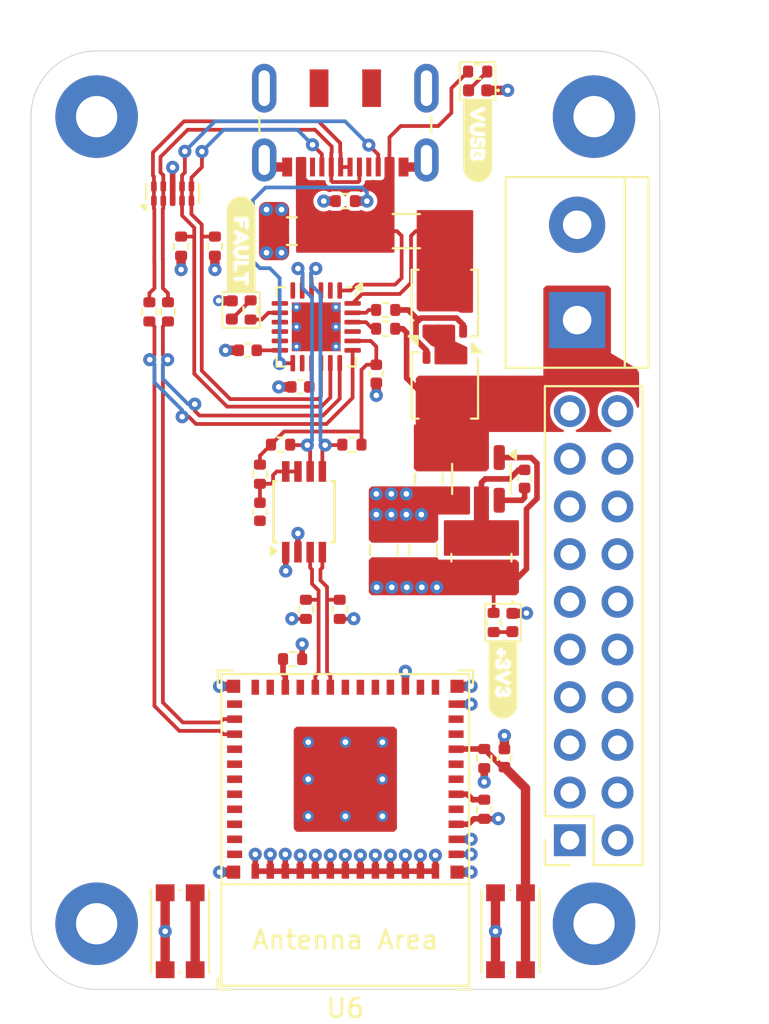
<source format=kicad_pcb>
(kicad_pcb (version 20240108) (generator "pcbnew") (generator_version "8.0")
  (layers (0 "F.Cu" signal) (1 "In1.Cu" power) (2 "In2.Cu" power) (31 "B.Cu" signal) (34 "B.Paste" user) (35 "F.Paste" user) (36 "B.SilkS" user "B.Silkscreen") (37 "F.SilkS" user "F.Silkscreen") (38 "B.Mask" user) (39 "F.Mask" user) (44 "Edge.Cuts" user))
  (net 0 "")
  (net 1 "Net-(U2-ISENP)")
  (net 2 "GND")
  (net 3 "Net-(U2-V18)")
  (net 4 "Net-(U2-IFB)")
  (net 5 "VCC")
  (net 6 "+5V")
  (net 7 "Net-(U4-EN)")
  (net 8 "+3V3")
  (net 9 "Net-(U3-SW)")
  (net 10 "Net-(U3-BST)")
  (net 11 "Net-(U6-EN{slash}CHIP_PU)")
  (net 12 "Net-(D1-A)")
  (net 13 "Net-(D2-A)")
  (net 14 "Net-(D3-A)")
  (net 15 "Net-(J1-CC2)")
  (net 16 "DN")
  (net 17 "DP")
  (net 18 "Net-(J1-CC1)")
  (net 19 "Net-(U6-GPIO2{slash}ADC1_CH2)")
  (net 20 "Net-(U6-GPIO8)")
  (net 21 "Net-(U2-OTP)")
  (net 22 "Net-(Q1-S-Pad1)")
  (net 23 "Net-(Q2-D)")
  (net 24 "Net-(Q1-G)")
  (net 25 "D-")
  (net 26 "D+")
  (net 27 "Net-(U2-PWR_EN)")
  (net 28 "Net-(U2-LED)")
  (net 29 "Net-(U2-VOUT)")
  (net 30 "Net-(U6-GPIO9)")
  (net 44 "RX")
  (net 74 "TX")
  (net 81 "/I2C-")
  (net 82 "/I2C+")
  (net 83 "Net-(U2-SDA)")
  (net 84 "Net-(U2-SCL)")
  (footprint "Resistor_SMD:R_0402_1005Metric" (layer "F.Cu") (at 101.74 179.075)
    (property "Reference" "R18" (hide yes))
    (property "Value" "100k")
  )
  (footprint "TerminalBlock:TerminalBlock_bornier-2_P5.08mm" (layer "F.Cu") (at 116.9 161.015 90)
    (property "Reference" "J3" (hide yes))
    (property "Value" "POWER")
  )
  (footprint "LED_SMD:LED_0402_1005Metric" (layer "F.Cu") (at 111.6 148.775 180)
    (property "Reference" "D1" (hide yes))
    (property "Value" "LED_Small")
  )
  (footprint "Capacitor_SMD:C_0805_2012Metric" (layer "F.Cu") (at 101.7 156.275 180)
    (property "Reference" "C1" (hide yes))
    (property "Value" "10u")
  )
  (footprint "Resistor_SMD:R_0402_1005Metric" (layer "F.Cu") (at 99.5025 160.475 90)
    (property "Reference" "R8" (hide yes))
    (property "Value" "1k")
  )
  (footprint "Capacitor_SMD:C_0805_2012Metric" (layer "F.Cu") (at 108.7 173.275 90)
    (property "Reference" "C9" (hide yes))
    (property "Value" "22u")
  )
  (footprint "Resistor_SMD:R_0402_1005Metric" (layer "F.Cu") (at 101.1 167.649998)
    (property "Reference" "R11" (hide yes))
    (property "Value" "2.2k")
  )
  (footprint "Package_DFN_QFN:WQFN-24-1EP_4x4mm_P0.5mm_EP2.6x2.6mm_ThermalVias" (layer "F.Cu") (at 103 161.375 -90)
    (property "Reference" "U2" (hide yes))
    (property "Value" "AP33772S")
  )
  (footprint "Resistor_SMD:R_0402_1005Metric" (layer "F.Cu") (at 95.8 157.075 -90)
    (property "Reference" "R4" (hide yes))
    (property "Value" "5.1k")
  )
  (footprint "Resistor_SMD:R_0402_1005Metric" (layer "F.Cu") (at 104.55 154.675 180)
    (property "Reference" "NTC1" (hide yes))
    (property "Value" "10k@25C")
  )
  (footprint "MountingHole:MountingHole_2.2mm_M2_Pad_TopBottom" (layer "F.Cu") (at 91.3 193.175)
    (property "Reference" "H2" (hide yes))
    (property "Value" "MountingHole")
  )
  (footprint "Capacitor_SMD:C_0805_2012Metric" (layer "F.Cu") (at 109 169.475 -90)
    (property "Reference" "C4" (hide yes))
    (property "Value" "10u")
  )
  (footprint "Resistor_SMD:R_0402_1005Metric" (layer "F.Cu") (at 106.7 161.475 180)
    (property "Reference" "R9" (hide yes))
    (property "Value" "100")
  )
  (footprint "Resistor_SMD:R_0402_1005Metric" (layer "F.Cu") (at 112.45 177.125 -90)
    (property "Reference" "R15" (hide yes))
    (property "Value" "4.7k")
  )
  (footprint "Capacitor_SMD:C_0402_1005Metric" (layer "F.Cu") (at 99.35 162.625 180)
    (property "Reference" "C2" (hide yes))
    (property "Value" "100n")
  )
  (footprint "Package_SON:Diodes_PowerDI3333-8" (layer "F.Cu") (at 109.85 160.105 90)
    (property "Reference" "Q2" (hide yes))
    (property "Value" "DMN3009SFG")
  )
  (footprint "Resistor_SMD:R_0402_1005Metric" (layer "F.Cu") (at 95.1 160.575 -90)
    (property "Reference" "R1" (hide yes))
    (property "Value" "0")
  )
  (footprint "kibuzzard-673BD329" (layer "F.Cu") (at 99 156.975 -90)
    (property "Reference" "kibuzzard-673BD329" (hide yes))
    (property "Value" "G***" (hide yes))
  )
  (footprint "LED_SMD:LED_0402_1005Metric" (layer "F.Cu") (at 98.5025 160.475 -90)
    (property "Reference" "D2" (hide yes))
    (property "Value" "LED_Small")
  )
  (footprint "Package_SON:USON-10_2.5x1.0mm_P0.5mm" (layer "F.Cu") (at 95.35 154.275 90)
    (property "Reference" "U1" (hide yes))
    (property "Value" "TPD4E02B04DQA")
  )
  (footprint "Capacitor_SMD:C_0402_1005Metric" (layer "F.Cu") (at 106.2 163.875 -90)
    (property "Reference" "C5" (hide yes))
    (property "Value" "1u")
  )
  (footprint "Resistor_SMD:R_0402_1005Metric" (layer "F.Cu") (at 111.95 187.075 -90)
    (property "Reference" "R17" (hide yes))
    (property "Value" "100k")
  )
  (footprint "Resistor_SMD:R_0402_1005Metric" (layer "F.Cu") (at 111.6 147.775)
    (property "Reference" "R3" (hide yes))
    (property "Value" "100k")
  )
  (footprint "MountingHole:MountingHole_2.2mm_M2_Pad_TopBottom" (layer "F.Cu") (at 91.3 150.175)
    (property "Reference" "H4" (hide yes))
    (property "Value" "MountingHole")
  )
  (footprint "Resistor_SMD:R_0402_1005Metric" (layer "F.Cu") (at 94.11 160.575 -90)
    (property "Reference" "R2" (hide yes))
    (property "Value" "0")
  )
  (footprint "Capacitor_SMD:C_0402_1005Metric" (layer "F.Cu") (at 114.1 169.475 90)
    (property "Reference" "C8" (hide yes))
    (property "Value" "100n")
  )
  (footprint "Capacitor_SMD:C_0402_1005Metric" (layer "F.Cu") (at 102.15 164.575 180)
    (property "Reference" "C3" (hide yes))
    (property "Value" "100n")
  )
  (footprint "LED_SMD:LED_0402_1005Metric" (layer "F.Cu") (at 113.45 177.125 -90)
    (property "Reference" "D3" (hide yes))
    (property "Value" "LED_Small")
  )
  (footprint "MountingHole:MountingHole_2.2mm_M2_Pad_TopBottom" (layer "F.Cu") (at 117.8 150.175)
    (property "Reference" "H3" (hide yes))
    (property "Value" "MountingHole")
  )
  (footprint "kibuzzard-673BD384" (layer "F.Cu") (at 111.6 151.475 -90)
    (property "Reference" "kibuzzard-673BD384" (hide yes))
    (property "Value" "G***" (hide yes))
  )
  (footprint "Resistor_SMD:R_0402_1005Metric" (layer "F.Cu") (at 102.45 176.425 90)
    (property "Reference" "R13" (hide yes))
    (property "Value" "2.2k")
  )
  (footprint "MountingHole:MountingHole_2.2mm_M2_Pad_TopBottom" (layer "F.Cu") (at 117.8 193.175)
    (property "Reference" "H1" (hide yes))
    (property "Value" "MountingHole")
  )
  (footprint "Package_SON:Diodes_PowerDI3333-8" (layer "F.Cu") (at 109.85 164.495 -90)
    (property "Reference" "Q1" (hide yes))
    (property "Value" "DMN3009SFG")
  )
  (footprint "ESPRESSIF:ESP32-C3-MINI-1" (layer "F.Cu") (at 104.55 188.175 180)
    (property "Reference" "U6")
    (property "Value" "ESP32-C3-MINI-1")
  )
  (footprint "Capacitor_SMD:C_0402_1005Metric" (layer "F.Cu") (at 100 171.225 -90)
    (property "Reference" "C6" (hide yes))
    (property "Value" "100p")
  )
  (footprint "Package_TO_SOT_SMD:TSOT-23-6" (layer "F.Cu") (at 111.8 169.475 -90)
    (property "Reference" "U3" (hide yes))
    (property "Value" "AP63203WU")
  )
  (footprint "Capacitor_SMD:C_0402_1005Metric" (layer "F.Cu") (at 113.025 184.35 -90)
    (property "Reference" "C10" (hide yes))
    (property "Value" "100n")
  )
  (footprint "Resistor_SMD:R_1206_3216Metric" (layer "F.Cu") (at 107.8 156.275)
    (property "Reference" "R6" (hide yes))
    (property "Value" "5m")
  )
  (footprint "Resistor_SMD:R_0402_1005Metric" (layer "F.Cu") (at 97.6 157.075 -90)
    (property "Reference" "R5" (hide yes))
    (property "Value" "5.1k")
  )
  (footprint "Inductor_SMD:L_Wuerth_MAPI-3015" (layer "F.Cu") (at 111.8 173.675 -90)
    (property "Reference" "L1" (hide yes))
    (property "Value" "3.9u")
  )
  (footprint "Resistor_SMD:R_0402_1005Metric" (layer "F.Cu") (at 106.7 160.475 180)
    (property "Reference" "R7" (hide yes))
    (property "Value" "10")
  )
  (footprint "kibuzzard-67439BF2" (layer "F.Cu") (at 112.95 180.175 -90)
    (property "Reference" "kibuzzard-67439BF2" (hide yes))
    (property "Value" "G***" (hide yes))
  )
  (footprint "Package_SO:TSSOP-8_3x3mm_P0.65mm" (layer "F.Cu") (at 102.35 171.229752 90)
    (property "Reference" "U4" (hide yes))
    (property "Value" "PCA9306")
  )
  (footprint "Resistor_SMD:R_0402_1005Metric" (layer "F.Cu") (at 104.25 176.425 90)
    (property "Reference" "R14" (hide yes))
    (property "Value" "2.2k")
  )
  (footprint "Resistor_SMD:R_0402_1005Metric" (layer "F.Cu") (at 111.95 184.375 90)
    (property "Reference" "R16" (hide yes))
    (property "Value" "4.7k")
  )
  (footprint "Resistor_SMD:R_0402_1005Metric" (layer "F.Cu") (at 104.9 167.649998 180)
    (property "Reference" "R10" (hide yes))
    (property "Value" "2.2k")
  )
  (footprint "Button_Switch_SMD:SW_Push_1P1T_NO_CK_KMR2" (layer "F.Cu") (at 95.75 193.575 90)
    (property "Reference" "SW2" (hide yes))
    (property "Value" "BOOT")
  )
  (footprint "Connector_USB:USB_C_Receptacle_JAE_DX07S016JA1R1500" (layer "F.Cu") (at 104.55 149.81 180)
    (property "Reference" "J1" (hide yes))
    (property "Value" "USB_C")
  )
  (footprint "Button_Switch_SMD:SW_Push_1P1T_NO_CK_KMR2" (layer "F.Cu") (at 113.35 193.575 90)
    (property "Reference" "SW1" (hide yes))
    (property "Value" "RESET")
  )
  (footprint "Connector_PinSocket_2.54mm:PinSocket_2x10_P2.54mm_Vertical" (layer "F.Cu") (at 116.51 188.725 180)
    (property "Reference" "J4" (hide yes))
    (property "Value" "Conn_02x10_Top_Bottom")
  )
  (footprint "Capacitor_SMD:C_0805_2012Metric" (layer "F.Cu") (at 106.6 173.275 90)
    (property "Reference" "C7" (hide yes))
    (property "Value" "22u")
  )
  (footprint "Resistor_SMD:R_0402_1005Metric" (layer "F.Cu") (at 100 169.225 -90)
    (property "Reference" "R12" (hide yes))
    (property "Value" "200k")
  )
  (gr_rect (start 112 176.125) (end 113.9 178.125) (stroke (width 0.1)) (fill none) (layer "F.SilkS"))
  (gr_rect (start 110.65 147.275) (end 112.55 149.275) (stroke (width 0.1)) (fill none) (layer "F.SilkS"))
  (gr_rect (start 98 159.525) (end 100 161.425) (stroke (width 0.1)) (fill none) (layer "F.SilkS"))
  (gr_arc (start 117.8 146.675) (mid 120.274874 147.700126) (end 121.3 150.175) (stroke (width 0.05)) (layer "Edge.Cuts"))
  (gr_line (start 121.3 150.175) (end 121.3 193.175) (stroke (width 0.05)) (layer "Edge.Cuts"))
  (gr_arc (start 91.3 196.675) (mid 88.825126 195.649874) (end 87.8 193.175) (stroke (width 0.05)) (layer "Edge.Cuts"))
  (gr_line (start 91.3 146.675) (end 117.8 146.675) (stroke (width 0.05)) (layer "Edge.Cuts"))
  (gr_line (start 91.3 196.675) (end 117.8 196.675) (stroke (width 0.05)) (layer "Edge.Cuts"))
  (gr_arc (start 121.3 193.175) (mid 120.274874 195.649874) (end 117.8 196.675) (stroke (width 0.05)) (layer "Edge.Cuts"))
  (gr_line (start 87.8 150.175) (end 87.8 193.175) (stroke (width 0.05)) (layer "Edge.Cuts"))
  (gr_arc (start 87.8 150.175) (mid 88.825126 147.700126) (end 91.3 146.675) (stroke (width 0.05)) (layer "Edge.Cuts"))
  (segment (start 107.55 158.775) (end 107.55 156.525) (width 0.2) (layer "F.Cu") (net 1))
  (segment (start 107.3 156.275) (end 106.3375 156.275) (width 0.2) (layer "F.Cu") (net 1))
  (segment (start 110.2 149.975) (end 109.5 150.675) (width 0.2) (layer "F.Cu") (net 1))
  (segment (start 107.2 159.125) (end 107.55 158.775) (width 0.2) (layer "F.Cu") (net 1))
  (segment (start 104.8375 159.4375) (end 105.15 159.125) (width 0.2) (layer "F.Cu") (net 1))
  (segment (start 109.5 150.675) (end 107.5 150.675) (width 0.2) (layer "F.Cu") (net 1))
  (segment (start 104.25 159.4375) (end 104.8375 159.4375) (width 0.2) (layer "F.Cu") (net 1))
  (segment (start 111.09 147.775) (end 110.2 148.665) (width 0.2) (layer "F.Cu") (net 1))
  (segment (start 110.2 148.665) (end 110.2 149.975) (width 0.2) (layer "F.Cu") (net 1))
  (segment (start 107.55 156.525) (end 107.3 156.275) (width 0.2) (layer "F.Cu") (net 1))
  (segment (start 105.15 159.125) (end 107.2 159.125) (width 0.2) (layer "F.Cu") (net 1))
  (segment (start 107.5 150.675) (end 106.9 151.275) (width 0.2) (layer "F.Cu") (net 1))
  (segment (start 106.9 151.275) (end 106.9 152.86) (width 0.2) (layer "F.Cu") (net 1))
  (segment (start 104.04 154.675) (end 103.4 154.675) (width 0.5) (layer "F.Cu") (net 2))
  (segment (start 94.95 193.575) (end 94.95 195.625) (width 0.5) (layer "F.Cu") (net 2))
  (segment (start 104.55 190.375) (end 104.55 189.525) (width 0.3) (layer "F.Cu") (net 2))
  (segment (start 100.605 152.86) (end 100.23 152.485) (width 0.5) (layer "F.Cu") (net 2))
  (segment (start 101.15 157.425) (end 101.15 156.675) (width 0.8) (layer "F.Cu") (net 2))
  (segment (start 95.8 157.585) (end 95.8 158.325) (width 0.5) (layer "F.Cu") (net 2))
  (segment (start 98.87 162.625) (end 98.165 162.625) (width 0.5) (layer "F.Cu") (net 2))
  (segment (start 113.025 183.87) (end 113.025 183.15) (width 0.5) (layer "F.Cu") (net 2))
  (segment (start 97.6 157.585) (end 97.6 158.325) (width 0.5) (layer "F.Cu") (net 2))
  (segment (start 103.75 190.375) (end 103.75 189.525) (width 0.3) (layer "F.Cu") (net 2))
  (segment (start 100.75 155.525) (end 100.35 155.125) (width 0.8) (layer "F.Cu") (net 2))
  (segment (start 100.35 157.425) (end 101.15 157.425) (width 0.8) (layer "F.Cu") (net 2))
  (segment (start 108.55 190.375) (end 108.55 189.525) (width 0.3) (layer "F.Cu") (net 2))
  (segment (start 95.35 152.878908) (end 95.349999 152.878907) (width 0.3) (layer "F.Cu") (net 2))
  (segment (start 95.35 153.89) (end 95.35 154.66) (width 0.2) (layer "F.Cu") (net 2))
  (segment (start 110.5 190.425) (end 111.25 190.425) (width 0.5) (layer "F.Cu") (net 2))
  (segment (start 101.374999 173.379752) (end 101.374999 174.379752) (width 0.3) (layer "F.Cu") (net 2))
  (segment (start 101.45 152.86) (end 100.605 152.86) (width 0.5) (layer "F.Cu") (net 2))
  (segment (start 113.45 176.64) (end 114.185 176.64) (width 0.5) (layer "F.Cu") (net 2))
  (segment (start 98.6 190.425) (end 97.85 190.425) (width 0.5) (layer "F.Cu") (net 2))
  (segment (start 101.35 190.375) (end 101.35 189.575) (width 0.3) (layer "F.Cu") (net 2))
  (segment (start 94.95 191.525) (end 94.95 193.575) (width 0.5) (layer "F.Cu") (net 2))
  (segment (start 101.15 155.125) (end 101.15 155.875) (width 0.8) (layer "F.Cu") (net 2))
  (segment (start 110.45 189.475) (end 111.25 189.475) (width 0.3) (layer "F.Cu") (net 2))
  (segment (start 106.95 190.375) (end 106.95 189.525) (width 0.3) (layer "F.Cu") (net 2))
  (segment (start 98.6 180.525) (end 97.85 180.525) (width 0.5) (layer "F.Cu") (net 2))
  (segment (start 103.25 161.125) (end 103 161.375) (width 0.2) (layer "F.Cu") (net 2))
  (segment (start 108.495 152.86) (end 108.87 152.485) (width 0.5) (layer "F.Cu") (net 2))
  (segment (start 106.15 190.375) (end 106.15 189.525) (width 0.3) (layer "F.Cu") (net 2))
  (segment (start 112.085 148.775) (end 113.2 148.775) (width 0.5) (layer "F.Cu") (net 2))
  (segment (start 98.5025 159.99) (end 97.815 159.99) (width 0.5) (layer "F.Cu") (net 2))
  (segment (start 110.5 180.525) (end 111.25 180.525) (width 0.5) (layer "F.Cu") (net 2))
  (segment (start 102.15 190.375) (end 102.15 189.525) (width 0.3) (layer "F.Cu") (net 2))
  (segment (start 110.45 188.675) (end 111.25 188.675) (width 0.4) (layer "F.Cu") (net 2))
  (segment (start 99.75 190.375) (end 109.35 190.375) (width 0.3) (layer "F.Cu") (net 2))
  (segment (start 107.65 152.86) (end 108.495 152.86) (width 0.5) (layer "F.Cu") (net 2))
  (segment (start 107.75 180.575) (end 107.75 179.725) (width 0.4) (layer "F.Cu") (net 2))
  (segment (start 109.35 190.375) (end 109.35 189.525) (width 0.3) (layer "F.Cu") (net 2))
  (segment (start 110.45 181.475) (end 111.25 181.475) (width 0.4) (layer "F.Cu") (net 2))
  (segment (start 100.75 156.275) (end 100.75 155.525) (width 0.8) (layer "F.Cu") (net 2))
  (segment (start 112.11 148.71) (end 112.045 148.775) (width 0.2) (layer "F.Cu") (net 2))
  (segment (start 101.67 164.575) (end 101 164.575) (width 0.5) (layer "F.Cu") (net 2))
  (segment (start 101.15 155.875) (end 100.75 156.275) (width 0.8) (layer "F.Cu") (net 2))
  (segment (start 100.35 155.125) (end 100.35 157.425) (width 0.8) (layer "F.Cu") (net 2))
  (segment (start 106.2 164.355) (end 106.2 165.025) (width 0.5) (layer "F.Cu") (net 2))
  (segment (start 112.55 191.525) (end 112.55 193.575) (width 0.5) (layer "F.Cu") (net 2))
  (segment (start 101.15 156.675) (end 100.75 156.275) (width 0.8) (layer "F.Cu") (net 2))
  (segment (start 112.55 193.575) (end 112.55 195.625) (width 0.5) (layer "F.Cu") (net 2))
  (segment (start 102.95 190.375) (end 102.95 189.525) (width 0.3) (layer "F.Cu") (net 2))
  (segment (start 95.35 154.66) (end 95.35 152.878908) (width 0.3) (layer "F.Cu") (net 2))
  (segment (start 100.35 155.125) (end 101.15 155.125) (width 0.8) (layer "F.Cu") (net 2))
  (segment (start 103.25 159.4375) (end 103.25 161.125) (width 0.2) (layer "F.Cu") (net 2))
  (segment (start 99.75 190.375) (end 99.75 189.575) (width 0.3) (layer "F.Cu") (net 2))
  (segment (start 100.55 190.375) (end 100.55 189.575) (width 0.3) (layer "F.Cu") (net 2))
  (segment (start 97.815 159.99) (end 97.8 159.975) (width 0.5) (layer "F.Cu") (net 2))
  (segment (start 105.35 190.375) (end 105.35 189.525) (width 0.3) (layer "F.Cu") (net 2))
  (segment (start 101.15 155.125) (end 101.15 157.425) (width 0.8) (layer "F.Cu") (net 2))
  (segment (start 114.185 176.64) (end 114.2 176.625) (width 0.5) (layer "F.Cu") (net 2))
  (segment (start 107.75 190.375) (end 107.75 189.525) (width 0.3) (layer "F.Cu") (net 2))
  (via (at 113.025 183.15) (size 0.7) (drill 0.3) (layers "F.Cu" "B.Cu") (net 2))
  (via (at 104.55 189.525) (size 0.7) (drill 0.3) (layers "F.Cu" "B.Cu") (net 2))
  (via (at 106.525 185.475) (size 0.6) (drill 0.3) (layers "F.Cu" "B.Cu") (net 2))
  (via (at 106.525 187.45) (size 0.6) (drill 0.3) (layers "F.Cu" "B.Cu") (net 2))
  (via (at 111.25 189.475) (size 0.7) (drill 0.3) (layers "F.Cu" "B.Cu") (net 2))
  (via (at 102.95 189.525) (size 0.7) (drill 0.3) (layers "F.Cu" "B.Cu") (net 2))
  (via (at 111.25 181.475) (size 0.7) (drill 0.3) (layers "F.Cu" "B.Cu") (net 2))
  (via (at 100.55 189.475) (size 0.7) (drill 0.3) (layers "F.Cu" "B.Cu") (net 2))
  (via (at 101.374999 174.379752) (size 0.7) (drill 0.3) (layers "F.Cu" "B.Cu") (net 2))
  (via (at 107.8 171.375) (size 0.7) (drill 0.3) (layers "F.Cu" "B.Cu") (net 2))
  (via (at 97.6 158.325) (size 0.7) (drill 0.3) (layers "F.Cu" "B.Cu") (net 2))
  (via (at 106.2 165.025) (size 0.7) (drill 0.3) (layers "F.Cu" "B.Cu") (net 2))
  (via (at 100.35 155.125) (size 0.7) (drill 0.3) (layers "F.Cu" "B.Cu") (net 2))
  (via (at 107 170.275) (size 0.7) (drill 0.3) (layers "F.Cu" "B.Cu") (net 2))
  (via (at 97.8 159.975) (size 0.6) (drill 0.3) (layers "F.Cu" "B.Cu") (net 2))
  (via (at 108.6 171.375) (size 0.7) (drill 0.3) (layers "F.Cu" "B.Cu") (net 2))
  (via (at 107.8 170.275) (size 0.7) (drill 0.3) (layers "F.Cu" "B.Cu") (net 2))
  (via (at 101.35 189.475) (size 0.7) (drill 0.3) (layers "F.Cu" "B.Cu") (net 2))
  (via (at 106.95 189.525) (size 0.7) (drill 0.3) (layers "F.Cu" "B.Cu") (net 2))
  (via (at 101.15 157.425) (size 0.7) (drill 0.3) (layers "F.Cu" "B.Cu") (net 2))
  (via (at 111.25 190.425) (size 0.7) (drill 0.3) (layers "F.Cu" "B.Cu") (net 2))
  (via (at 95.349999 152.878907) (size 0.7) (drill 0.3) (layers "F.Cu" "B.Cu") (net 2))
  (via (at 108.55 189.525) (size 0.7) (drill 0.3) (layers "F.Cu" "B.Cu") (net 2))
  (via (at 107.75 189.525) (size 0.7) (drill 0.3) (layers "F.Cu" "B.Cu") (net 2))
  (via (at 107.75 179.725) (size 0.7) (drill 0.3) (layers "F.Cu" "B.Cu") (net 2))
  (via (at 102.15 189.525) (size 0.7) (drill 0.3) (layers "F.Cu" "B.Cu") (net 2))
  (via (at 102.575 183.5) (size 0.6) (drill 0.3) (layers "F.Cu" "B.Cu") (net 2))
  (via (at 99.75 189.475) (size 0.7) (drill 0.3) (layers "F.Cu" "B.Cu") (net 2))
  (via (at 113.2 148.775) (size 0.7) (drill 0.3) (layers "F.Cu" "B.Cu") (net 2))
  (via (at 104.55 183.5) (size 0.6) (drill 0.3) (layers "F.Cu" "B.Cu") (net 2))
  (via (at 100.35 157.425) (size 0.7) (drill 0.3) (layers "F.Cu" "B.Cu") (net 2))
  (via (at 111.25 188.675) (size 0.7) (drill 0.3) (layers "F.Cu" "B.Cu") (net 2))
  (via (at 95.8 158.325) (size 0.7) (drill 0.3) (layers "F.Cu" "B.Cu") (net 2))
  (via (at 98.165 162.625) (size 0.7) (drill 0.3) (layers "F.Cu" "B.Cu") (net 2))
  (via (at 106.2 170.275) (size 0.7) (drill 0.3) (layers "F.Cu" "B.Cu") (net 2))
  (via (at 106.525 183.5) (size 0.6) (drill 0.3) (layers "F.Cu" "B.Cu") (net 2))
  (via (at 102.575 185.475) (size 0.6) (drill 0.3) (layers "F.Cu" "B.Cu") (net 2))
  (via (at 97.85 180.525) (size 0.7) (drill 0.3) (layers "F.Cu" "B.Cu") (net 2))
  (via (at 104.55 187.45) (size 0.6) (drill 0.3) (layers "F.Cu" "B.Cu") (net 2))
  (via (at 97.85 190.425) (size 0.7) (drill 0.3) (layers "F.Cu" "B.Cu") (net 2))
  (via (at 109.35 189.525) (size 0.7) (drill 0.3) (layers "F.Cu" "B.Cu") (net 2))
  (via (at 101.15 155.125) (size 0.7) (drill 0.3) (layers "F.Cu" "B.Cu") (net 2))
  (via (at 107 171.375) (size 0.7) (drill 0.3) (layers "F.Cu" "B.Cu") (net 2))
  (via (at 94.95 193.575) (size 0.7) (drill 0.3) (layers "F.Cu" "B.Cu") (net 2))
  (via (at 106.15 189.525) (size 0.7) (drill 0.3) (layers "F.Cu" "B.Cu") (net 2))
  (via (at 112.55 193.575) (size 0.7) (drill 0.3) (layers "F.Cu" "B.Cu") (net 2))
  (via (at 114.2 176.625) (size 0.7) (drill 0.3) (layers "F.Cu" "B.Cu") (net 2))
  (via (at 103.75 189.525) (size 0.7) (drill 0.3) (layers "F.Cu" "B.Cu") (net 2))
  (via (at 106.2 171.375) (size 0.7) (drill 0.3) (layers "F.Cu" "B.Cu") (net 2))
  (via (at 102.575 187.45) (size 0.6) (drill 0.3) (layers "F.Cu" "B.Cu") (net 2))
  (via (at 101 164.575) (size 0.7) (drill 0.3) (layers "F.Cu" "B.Cu") (net 2))
  (via (at 105.35 189.525) (size 0.7) (drill 0.3) (layers "F.Cu" "B.Cu") (net 2))
  (via (at 103.4 154.675) (size 0.7) (drill 0.3) (layers "F.Cu" "B.Cu") (net 2))
  (via (at 111.25 180.525) (size 0.7) (drill 0.3) (layers "F.Cu" "B.Cu") (net 2))
  (segment (start 99.83 162.625) (end 101.0625 162.625) (width 0.2) (layer "F.Cu") (net 3))
  (segment (start 102.75 164.455) (end 102.75 163.3125) (width 0.2) (layer "F.Cu") (net 4))
  (segment (start 102.63 164.575) (end 102.75 164.455) (width 0.2) (layer "F.Cu") (net 4))
  (segment (start 107.815 164.105) (end 108.66 164.95) (width 0.3) (layer "F.Cu") (net 5))
  (segment (start 107.615 161.475) (end 107.815 161.675) (width 0.3) (layer "F.Cu") (net 5))
  (segment (start 107.815 161.675) (end 107.815 164.105) (width 0.3) (layer "F.Cu") (net 5))
  (segment (start 108.66 164.95) (end 109.85 164.95) (width 0.3) (layer "F.Cu") (net 5))
  (segment (start 107.209999 161.475) (end 107.615 161.475) (width 0.3) (layer "F.Cu") (net 5))
  (segment (start 100 168.239998) (end 100.59 167.649998) (width 0.2) (layer "F.Cu") (net 6))
  (segment (start 105.9 162.125) (end 106.2 162.425) (width 0.2) (layer "F.Cu") (net 6))
  (segment (start 100 168.715) (end 100 168.239998) (width 0.2) (layer "F.Cu") (net 6))
  (segment (start 104.9375 162.125) (end 105.9 162.125) (width 0.2) (layer "F.Cu") (net 6))
  (segment (start 105.41 163.665) (end 105.68 163.395) (width 0.2) (layer "F.Cu") (net 6))
  (segment (start 100.59 167.649998) (end 101.289998 166.95) (width 0.2) (layer "F.Cu") (net 6))
  (segment (start 105.385 166.95) (end 105.41 166.975) (width 0.2) (layer "F.Cu") (net 6))
  (segment (start 105.68 163.395) (end 106.2 163.395) (width 0.2) (layer "F.Cu") (net 6))
  (segment (start 101.289998 166.95) (end 105.385 166.95) (width 0.2) (layer "F.Cu") (net 6))
  (segment (start 105.41 166.975) (end 105.41 163.665) (width 0.2) (layer "F.Cu") (net 6))
  (segment (start 106.2 162.425) (end 106.2 163.395) (width 0.2) (layer "F.Cu") (net 6))
  (segment (start 105.41 167.525) (end 105.41 166.975) (width 0.2) (layer "F.Cu") (net 6))
  (segment (start 100.7 169.275) (end 100.895248 169.079752) (width 0.2) (layer "F.Cu") (net 7))
  (segment (start 100.7 169.625) (end 100.7 169.275) (width 0.2) (layer "F.Cu") (net 7))
  (segment (start 100.895248 169.079752) (end 101.375 169.079752) (width 0.2) (layer "F.Cu") (net 7))
  (segment (start 102.024999 169.079752) (end 101.374999 169.079752) (width 0.2) (layer "F.Cu") (net 7))
  (segment (start 100.59 169.735) (end 100.7 169.625) (width 0.2) (layer "F.Cu") (net 7))
  (segment (start 100 170.745) (end 100 169.735) (width 0.2) (layer "F.Cu") (net 7))
  (segment (start 100 169.735) (end 100.59 169.735) (width 0.2) (layer "F.Cu") (net 7))
  (segment (start 101.71 176.935) (end 101.7 176.925) (width 0.2) (layer "F.Cu") (net 8))
  (segment (start 111.39 187.585) (end 111.1 187.875) (width 0.3) (layer "F.Cu") (net 8))
  (segment (start 102.45 176.935) (end 101.71 176.935) (width 0.2) (layer "F.Cu") (net 8))
  (segment (start 113.75 174.725) (end 111.8 174.725) (width 0.3) (layer "F.Cu") (net 8))
  (segment (start 112.69 187.585) (end 112.7 187.575) (width 0.3) (layer "F.Cu") (net 8))
  (segment (start 112.75 168.3375) (end 114.449346 168.3375) (width 0.3) (layer "F.Cu") (net 8))
  (segment (start 111.95 184.885) (end 111.95 185.625) (width 0.4) (layer "F.Cu") (net 8))
  (segment (start 111.95 187.585) (end 112.69 187.585) (width 0.3) (layer "F.Cu") (net 8))
  (segment (start 114.449346 168.3375) (end 114.76 168.648154) (width 0.3) (layer "F.Cu") (net 8))
  (segment (start 104.25 176.935) (end 104.99 176.935) (width 0.2) (layer "F.Cu") (net 8))
  (segment (start 114.2 171.082106) (end 114.2 174.275) (width 0.3) (layer "F.Cu") (net 8))
  (segment (start 114.76 170.522106) (end 114.2 171.082106) (width 0.3) (layer "F.Cu") (net 8))
  (segment (start 112.45 176.615) (end 112.45 175.375) (width 0.2) (layer "F.Cu") (net 8))
  (segment (start 102.024999 173.379752) (end 102.024999 172.379752) (width 0.3) (layer "F.Cu") (net 8))
  (segment (start 114.76 168.648154) (end 114.76 170.522106) (width 0.3) (layer "F.Cu") (net 8))
  (segment (start 111.95 187.585) (end 111.39 187.585) (width 0.3) (layer "F.Cu") (net 8))
  (segment (start 104.99 176.935) (end 105 176.925) (width 0.2) (layer "F.Cu") (net 8))
  (segment (start 102.25 179.075) (end 102.25 178.275) (width 0.3) (layer "F.Cu") (net 8))
  (segment (start 111.1 187.875) (end 110.45 187.875) (width 0.3) (layer "F.Cu") (net 8))
  (segment (start 112.45 175.375) (end 111.8 174.725) (width 0.2) (layer "F.Cu") (net 8))
  (segment (start 114.2 174.275) (end 113.75 174.725) (width 0.3) (layer "F.Cu") (net 8))
  (via (at 107.825 175.25) (size 0.7) (drill 0.3) (layers "F.Cu" "B.Cu") (net 8))
  (via (at 107.025 175.25) (size 0.7) (drill 0.3) (layers "F.Cu" "B.Cu") (net 8))
  (via (at 111.95 185.625) (size 0.7) (drill 0.3) (layers "F.Cu" "B.Cu") (net 8))
  (via (at 108.625 175.25) (size 0.7) (drill 0.3) (layers "F.Cu" "B.Cu") (net 8))
  (via (at 112.7 187.575) (size 0.7) (drill 0.3) (layers "F.Cu" "B.Cu") (net 8))
  (via (at 106.225 175.25) (size 0.7) (drill 0.3) (layers "F.Cu" "B.Cu") (net 8))
  (via (at 109.425 175.25) (size 0.7) (drill 0.3) (layers "F.Cu" "B.Cu") (net 8))
  (via (at 105 176.925) (size 0.7) (drill 0.3) (layers "F.Cu" "B.Cu") (net 8))
  (via (at 102.024999 172.379752) (size 0.7) (drill 0.3) (layers "F.Cu" "B.Cu") (net 8))
  (via (at 101.7 176.925) (size 0.7) (drill 0.3) (layers "F.Cu" "B.Cu") (net 8))
  (via (at 102.25 178.275) (size 0.7) (drill 0.3) (layers "F.Cu" "B.Cu") (net 8))
  (segment (start 111.8 169.675) (end 112 169.475) (width 0.3) (layer "F.Cu") (net 9))
  (segment (start 113.3 169.475) (end 113.78 168.995) (width 0.3) (layer "F.Cu") (net 9))
  (segment (start 113.78 168.995) (end 114.1 168.995) (width 0.3) (layer "F.Cu") (net 9))
  (segment (start 111.8 170.6125) (end 111.8 169.675) (width 0.3) (layer "F.Cu") (net 9))
  (segment (start 112 169.475) (end 113.3 169.475) (width 0.3) (layer "F.Cu") (net 9))
  (segment (start 114.1 170.475) (end 114.1 169.955) (width 0.3) (layer "F.Cu") (net 10))
  (segment (start 113.9625 170.6125) (end 114.1 170.475) (width 0.3) (layer "F.Cu") (net 10))
  (segment (start 112.75 170.6125) (end 113.9625 170.6125) (width 0.3) (layer "F.Cu") (net 10))
  (segment (start 114.15 191.525) (end 114.15 185.955) (width 0.5) (layer "F.Cu") (net 11))
  (segment (start 111.95 183.865) (end 112.915 184.83) (width 0.3) (layer "F.Cu") (net 11))
  (segment (start 114.15 195.625) (end 114.15 191.525) (width 0.5) (layer "F.Cu") (net 11))
  (segment (start 114.15 185.955) (end 113.025 184.83) (width 0.5) (layer "F.Cu") (net 11))
  (segment (start 111.95 183.865) (end 110.46 183.865) (width 0.3) (layer "F.Cu") (net 11))
  (segment (start 112.915 184.83) (end 113.025 184.83) (width 0.3) (layer "F.Cu") (net 11))
  (segment (start 110.46 183.865) (end 110.45 183.875) (width 0.3) (layer "F.Cu") (net 11))
  (segment (start 111.115 148.77) (end 112.11 147.775) (width 0.2) (layer "F.Cu") (net 12))
  (segment (start 111.115 148.775) (end 111.115 148.77) (width 0.2) (layer "F.Cu") (net 12))
  (segment (start 99.4975 159.965) (end 98.5025 160.96) (width 0.2) (layer "F.Cu") (net 13))
  (segment (start 99.6 159.965) (end 99.595 159.965) (width 0.2) (layer "F.Cu") (net 13))
  (segment (start 112.45 177.635) (end 113.425 177.635) (width 0.2) (layer "F.Cu") (net 14))
  (segment (start 113.425 177.635) (end 113.45 177.61) (width 0.2) (layer "F.Cu") (net 14))
  (segment (start 96.35 155.375) (end 96.9 155.925) (width 0.2) (layer "F.Cu") (net 15))
  (segment (start 97.6 156.565) (end 96.9 156.565) (width 0.2) (layer "F.Cu") (net 15))
  (segment (start 103.1 165.225) (end 103.25 165.075) (width 0.2) (layer "F.Cu") (net 15))
  (segment (start 98.415686 165.225) (end 103.1 165.225) (width 0.2) (layer "F.Cu") (net 15))
  (segment (start 96.9 163.709314) (end 98.415686 165.225) (width 0.2) (layer "F.Cu") (net 15))
  (segment (start 103.3 152.175) (end 102.8 151.675) (width 0.2) (layer "F.Cu") (net 15))
  (segment (start 96.35 153.89) (end 96.35 154.66) (width 0.2) (layer "F.Cu") (net 15))
  (segment (start 96.35 153.425) (end 96.35 153.89) (width 0.2) (layer "F.Cu") (net 15))
  (segment (start 96.90962 152.86538) (end 96.35 153.425) (width 0.2) (layer "F.Cu") (net 15))
  (segment (start 96.9 155.925) (end 96.9 163.709314) (width 0.2) (layer "F.Cu") (net 15))
  (segment (start 96.35 154.66) (end 96.35 155.375) (width 0.2) (layer "F.Cu") (net 15))
  (segment (start 96.90962 152.03462) (end 96.90962 152.86538) (width 0.2) (layer "F.Cu") (net 15))
  (segment (start 103.3 152.86) (end 103.3 152.175) (width 0.2) (layer "F.Cu") (net 15))
  (segment (start 103.25 165.075) (end 103.25 163.3125) (width 0.2) (layer "F.Cu") (net 15))
  (via (at 96.90962 152.03462) (size 0.7) (drill 0.3) (layers "F.Cu" "B.Cu") (net 15))
  (via (at 102.8 151.675) (size 0.7) (drill 0.3) (layers "F.Cu" "B.Cu") (net 15))
  (segment (start 102 150.875) (end 102.8 151.675) (width 0.2) (layer "B.Cu") (net 15))
  (segment (start 96.90962 152.03462) (end 98.06924 150.875) (width 0.2) (layer "B.Cu") (net 15))
  (segment (start 98.06924 150.875) (end 102 150.875) (width 0.2) (layer "B.Cu") (net 15))
  (segment (start 103.3568 166.1) (end 96.782624 166.1) (width 0.2) (layer "F.Cu") (net 16))
  (segment (start 96.782624 166.1) (end 96.528124 165.8455) (width 0.2) (layer "F.Cu") (net 16))
  (segment (start 96.528124 165.8455) (end 96.528124 165.491947) (width 0.2) (layer "F.Cu") (net 16))
  (segment (start 104.25 163.3125) (end 104.25 165.2068) (width 0.2) (layer "F.Cu") (net 16))
  (segment (start 94.830001 181.386801) (end 95.8932 182.45) (width 0.2) (layer "F.Cu") (net 16))
  (segment (start 95.08 163.125) (end 94.830001 163.374999) (width 0.2) (layer "F.Cu") (net 16))
  (segment (start 104.25 165.2068) (end 103.3568 166.1) (width 0.2) (layer "F.Cu") (net 16))
  (segment (start 97.874999 182.45) (end 98.049999 182.275) (width 0.2) (layer "F.Cu") (net 16))
  (segment (start 94.830001 162.875001) (end 95.08 163.125) (width 0.2) (layer "F.Cu") (net 16))
  (segment (start 95.8932 182.45) (end 97.874999 182.45) (width 0.2) (layer "F.Cu") (net 16))
  (segment (start 95.1 161.085) (end 94.830001 161.354999) (width 0.2) (layer "F.Cu") (net 16))
  (segment (start 98.049999 182.275) (end 98.65 182.275) (width 0.2) (layer "F.Cu") (net 16))
  (segment (start 94.830001 161.354999) (end 94.830001 162.875001) (width 0.2) (layer "F.Cu") (net 16))
  (segment (start 94.830001 163.374999) (end 94.830001 181.386801) (width 0.2) (layer "F.Cu") (net 16))
  (via (at 96.528124 165.491947) (size 0.7) (drill 0.3) (layers "F.Cu" "B.Cu") (net 16))
  (via (at 95.08 163.125) (size 0.7) (drill 0.3) (layers "F.Cu" "B.Cu") (net 16))
  (segment (start 94.830001 164.147377) (end 94.830001 163.374999) (width 0.2) (layer "B.Cu") (net 16))
  (segment (start 96.528124 165.491947) (end 96.174571 165.491947) (width 0.2) (layer "B.Cu") (net 16))
  (segment (start 94.830001 163.374999) (end 95.08 163.125) (width 0.2) (layer "B.Cu") (net 16))
  (segment (start 96.174571 165.491947) (end 94.830001 164.147377) (width 0.2) (layer "B.Cu") (net 16))
  (segment (start 94.379999 162.875001) (end 94.13 163.125) (width 0.2) (layer "F.Cu") (net 17))
  (segment (start 94.379999 163.374999) (end 94.379999 181.573199) (width 0.2) (layer "F.Cu") (net 17))
  (segment (start 98.049999 183.075) (end 98.65 183.075) (width 0.2) (layer "F.Cu") (net 17))
  (segment (start 96.596226 166.55) (end 96.209925 166.163699) (width 0.2) (layer "F.Cu") (net 17))
  (segment (start 104.9375 162.625) (end 104.9375 165.1557) (width 0.2) (layer "F.Cu") (net 17))
  (segment (start 97.874999 182.9) (end 98.049999 183.075) (width 0.2) (layer "F.Cu") (net 17))
  (segment (start 104.9375 165.1557) (end 103.5432 166.55) (width 0.2) (layer "F.Cu") (net 17))
  (segment (start 94.379999 161.354999) (end 94.379999 162.875001) (width 0.2) (layer "F.Cu") (net 17))
  (segment (start 96.209925 166.163699) (end 95.856372 166.163699) (width 0.2) (layer "F.Cu") (net 17))
  (segment (start 94.11 161.085) (end 94.379999 161.354999) (width 0.2) (layer "F.Cu") (net 17))
  (segment (start 103.5432 166.55) (end 96.596226 166.55) (width 0.2) (layer "F.Cu") (net 17))
  (segment (start 94.13 163.125) (end 94.379999 163.374999) (width 0.2) (layer "F.Cu") (net 17))
  (segment (start 95.7068 182.9) (end 97.874999 182.9) (width 0.2) (layer "F.Cu") (net 17))
  (segment (start 94.379999 181.573199) (end 95.7068 182.9) (width 0.2) (layer "F.Cu") (net 17))
  (via (at 95.856372 166.163699) (size 0.7) (drill 0.3) (layers "F.Cu" "B.Cu") (net 17))
  (via (at 94.13 163.125) (size 0.7) (drill 0.3) (layers "F.Cu" "B.Cu") (net 17))
  (segment (start 95.856372 165.810146) (end 94.379999 164.333773) (width 0.2) (layer "B.Cu") (net 17))
  (segment (start 94.379999 164.333773) (end 94.379999 163.374999) (width 0.2) (layer "B.Cu") (net 17))
  (segment (start 95.856372 166.163699) (end 95.856372 165.810146) (width 0.2) (layer "B.Cu") (net 17))
  (segment (start 94.379999 163.374999) (end 94.13 163.125) (width 0.2) (layer "B.Cu") (net 17))
  (segment (start 103.75 165.141114) (end 103.75 163.3125) (width 0.2) (layer "F.Cu") (net 18))
  (segment (start 95.85 153.89) (end 95.85 153.298145) (width 0.2) (layer "F.Cu") (net 18))
  (segment (start 103.266114 165.625) (end 103.75 165.141114) (width 0.2) (layer "F.Cu") (net 18))
  (segment (start 98.25 165.625) (end 103.266114 165.625) (width 0.2) (layer "F.Cu") (net 18))
  (segment (start 96 153.148145) (end 96 152.025) (width 0.2) (layer "F.Cu") (net 18))
  (segment (start 95.85 155.440686) (end 96.5 156.090686) (width 0.2) (layer "F.Cu") (net 18))
  (segment (start 96.5 163.875) (end 98.25 165.625) (width 0.2) (layer "F.Cu") (net 18))
  (segment (start 96.5 156.090686) (end 96.5 163.875) (width 0.2) (layer "F.Cu") (net 18))
  (segment (start 95.85 153.89) (end 95.85 154.66) (width 0.2) (layer "F.Cu") (net 18))
  (segment (start 106.3 152.875) (end 106.3 152.19) (width 0.2) (layer "F.Cu") (net 18))
  (segment (start 95.85 154.66) (end 95.85 155.440686) (width 0.2) (layer "F.Cu") (net 18))
  (segment (start 95.8 156.565) (end 96.5 156.565) (width 0.2) (layer "F.Cu") (net 18))
  (segment (start 95.85 153.298145) (end 96 153.148145) (width 0.2) (layer "F.Cu") (net 18))
  (segment (start 106.3 152.19) (end 105.8 151.69) (width 0.2) (layer "F.Cu") (net 18))
  (via (at 96 152.025) (size 0.7) (drill 0.3) (layers "F.Cu" "B.Cu") (net 18))
  (via (at 105.8 151.69) (size 0.7) (drill 0.3) (layers "F.Cu" "B.Cu") (net 18))
  (segment (start 97.6 150.425) (end 96 152.025) (width 0.2) (layer "B.Cu") (net 18))
  (segment (start 104.535 150.425) (end 97.6 150.425) (width 0.2) (layer "B.Cu") (net 18))
  (segment (start 105.8 151.69) (end 104.535 150.425) (width 0.2) (layer "B.Cu") (net 18))
  (segment (start 111.36 186.565) (end 111.95 186.565) (width 0.3) (layer "F.Cu") (net 19))
  (segment (start 110.45 186.275) (end 111.05 186.275) (width 0.3) (layer "F.Cu") (net 19))
  (segment (start 111.35 186.575) (end 111.36 186.565) (width 0.3) (layer "F.Cu") (net 19))
  (segment (start 111.05 186.275) (end 111.35 186.575) (width 0.3) (layer "F.Cu") (net 19))
  (segment (start 101.23 179.855) (end 101.23 179.075) (width 0.3) (layer "F.Cu") (net 20))
  (segment (start 101.35 180.575) (end 101.35 179.975) (width 0.3) (layer "F.Cu") (net 20))
  (segment (start 101.35 179.975) (end 101.23 179.855) (width 0.3) (layer "F.Cu") (net 20))
  (segment (start 101.75 163.3125) (end 101.0625 163.3125) (width 0.2) (layer "F.Cu") (net 21))
  (segment (start 105.06 154.675) (end 105.7 154.675) (width 0.5) (layer "F.Cu") (net 21))
  (segment (start 101.0625 163.3125) (end 101.05 163.325) (width 0.2) (layer "F.Cu") (net 21))
  (via (at 105.7 154.675) (size 0.7) (drill 0.3) (layers "F.Cu" "B.Cu") (net 21))
  (via (at 101.05 163.325) (size 0.7) (drill 0.3) (layers "F.Cu" "B.Cu") (net 21))
  (segment (start 105.7 154.2) (end 105.7 154.675) (width 0.2) (layer "B.Cu") (net 21))
  (segment (start 100 158.25) (end 99.625 157.875) (width 0.2) (layer "B.Cu") (net 21))
  (segment (start 99.625 154.625) (end 100.3 153.95) (width 0.2) (layer "B.Cu") (net 21))
  (segment (start 105.45 153.95) (end 105.7 154.2) (width 0.2) (layer "B.Cu") (net 21))
  (segment (start 101.05 158.775) (end 100.525 158.25) (width 0.2) (layer "B.Cu") (net 21))
  (segment (start 100.3 153.95) (end 105.45 153.95) (width 0.2) (layer "B.Cu") (net 21))
  (segment (start 101.05 163.325) (end 101.05 158.775) (width 0.2) (layer "B.Cu") (net 21))
  (segment (start 100.525 158.25) (end 100 158.25) (width 0.2) (layer "B.Cu") (net 21))
  (segment (start 99.625 157.875) (end 99.625 154.625) (width 0.2) (layer "B.Cu") (net 21))
  (segment (start 105.4375 159.625) (end 107.45 159.625) (width 0.2) (layer "F.Cu") (net 23))
  (segment (start 108.05 156.525) (end 108.3 156.275) (width 0.2) (layer "F.Cu") (net 23))
  (segment (start 108.3 156.275) (end 109.2625 156.275) (width 0.2) (layer "F.Cu") (net 23))
  (segment (start 108.05 159.025) (end 108.05 156.525) (width 0.2) (layer "F.Cu") (net 23))
  (segment (start 107.45 159.625) (end 108.05 159.025) (width 0.2) (layer "F.Cu") (net 23))
  (segment (start 104.9375 160.125) (end 105.4375 159.625) (width 0.2) (layer "F.Cu") (net 23))
  (segment (start 108.875 162.995) (end 108.875 162.625) (width 0.3) (layer "F.Cu") (net 24))
  (segment (start 108.315 161.168622) (end 108.454311 161.029311) (width 0.3) (layer "F.Cu") (net 24))
  (segment (start 110.825 161.258622) (end 110.825 161.605) (width 0.3) (layer "F.Cu") (net 24))
  (segment (start 108.315 162.065) (end 108.315 161.675) (width 0.3) (layer "F.Cu") (net 24))
  (segment (start 108.315 161.675) (end 108.315 161.168622) (width 0.3) (layer "F.Cu") (net 24))
  (segment (start 108.454311 161.029311) (end 108.578622 160.905) (width 0.3) (layer "F.Cu") (net 24))
  (segment (start 108.578622 160.905) (end 110.471378 160.905) (width 0.3) (layer "F.Cu") (net 24))
  (segment (start 110.471378 160.905) (end 110.825 161.258622) (width 0.3) (layer "F.Cu") (net 24))
  (segment (start 108.875 162.625) (end 108.315 162.065) (width 0.3) (layer "F.Cu") (net 24))
  (segment (start 108.454311 161.029311) (end 107.9 160.475) (width 0.3) (layer "F.Cu") (net 24))
  (segment (start 107.9 160.475) (end 107.209999 160.475) (width 0.3) (layer "F.Cu") (net 24))
  (segment (start 103.8 152.86) (end 103.8 153.595) (width 0.2) (layer "F.Cu") (net 25))
  (segment (start 94.83 157.78) (end 94.83 159.314999) (width 0.2) (layer "F.Cu") (net 25))
  (segment (start 94.85 155.072501) (end 94.825 155.097501) (width 0.2) (layer "F.Cu") (net 25))
  (segment (start 94.7 152.325) (end 94.7 153.144239) (width 0.2) (layer "F.Cu") (net 25))
  (segment (start 103.8 152.86) (end 103.8 152.109999) (width 0.2) (layer "F.Cu") (net 25))
  (segment (start 94.83 159.314999) (end 95.1 159.584999) (width 0.2) (layer "F.Cu") (net 25))
  (segment (start 103.825 151.7682) (end 102.9318 150.875) (width 0.2) (layer "F.Cu") (net 25))
  (segment (start 96.15 150.875) (end 94.7 152.325) (width 0.2) (layer "F.Cu") (net 25))
  (segment (start 94.7 153.144239) (end 94.85 153.294239) (width 0.2) (layer "F.Cu") (net 25))
  (segment (start 105.3 153.595) (end 105.3 152.86) (width 0.2) (layer "F.Cu") (net 25))
  (segment (start 102.9318 150.875) (end 96.15 150.875) (width 0.2) (layer "F.Cu") (net 25))
  (segment (start 94.825 155.097501) (end 94.825 157.775) (width 0.2) (layer "F.Cu") (net 25))
  (segment (start 95.1 159.584999) (end 95.1 160.065) (width 0.2) (layer "F.Cu") (net 25))
  (segment (start 103.865 153.66) (end 105.235 153.66) (width 0.2) (layer "F.Cu") (net 25))
  (segment (start 94.85 154.66) (end 94.85 155.072501) (width 0.2) (layer "F.Cu") (net 25))
  (segment (start 94.85 153.294239) (end 94.85 153.89) (width 0.2) (layer "F.Cu") (net 25))
  (segment (start 103.825 152.084999) (end 103.825 151.7682) (width 0.2) (layer "F.Cu") (net 25))
  (segment (start 105.235 153.66) (end 105.3 153.595) (width 0.2) (layer "F.Cu") (net 25))
  (segment (start 103.8 153.595) (end 103.865 153.66) (width 0.2) (layer "F.Cu") (net 25))
  (segment (start 103.8 152.109999) (end 103.825 152.084999) (width 0.2) (layer "F.Cu") (net 25))
  (segment (start 94.85 153.89) (end 94.85 154.66) (width 0.2) (layer "F.Cu") (net 25))
  (segment (start 94.825 157.775) (end 94.83 157.78) (width 0.2) (layer "F.Cu") (net 25))
  (segment (start 103.1182 150.425) (end 95.9568 150.425) (width 0.2) (layer "F.Cu") (net 26))
  (segment (start 94.3 153.309925) (end 94.35 153.359925) (width 0.2) (layer "F.Cu") (net 26))
  (segment (start 94.38 157.952206) (end 94.38 159.314999) (width 0.2) (layer "F.Cu") (net 26))
  (segment (start 104.275 151.5818) (end 103.1182 150.425) (width 0.2) (layer "F.Cu") (net 26))
  (segment (start 94.35 153.89) (end 94.35 154.66) (width 0.2) (layer "F.Cu") (net 26))
  (segment (start 94.35 153.359925) (end 94.35 153.89) (width 0.2) (layer "F.Cu") (net 26))
  (segment (start 104.3 152.86) (end 104.8 152.86) (width 0.2) (layer "F.Cu") (net 26))
  (segment (start 95.9568 150.425) (end 94.3 152.0818) (width 0.2) (layer "F.Cu") (net 26))
  (segment (start 94.35 155.072501) (end 94.375 155.097501) (width 0.2) (layer "F.Cu") (net 26))
  (segment (start 94.3 152.0818) (end 94.3 153.309925) (width 0.2) (layer "F.Cu") (net 26))
  (segment (start 104.3 152.86) (end 104.3 152.109999) (width 0.2) (layer "F.Cu") (net 26))
  (segment (start 94.35 154.66) (end 94.35 155.072501) (width 0.2) (layer "F.Cu") (net 26))
  (segment (start 94.11 159.584999) (end 94.11 160.065) (width 0.2) (layer "F.Cu") (net 26))
  (segment (start 94.38 159.314999) (end 94.11 159.584999) (width 0.2) (layer "F.Cu") (net 26))
  (segment (start 94.375 155.097501) (end 94.375 157.947206) (width 0.2) (layer "F.Cu") (net 26))
  (segment (start 104.3 152.109999) (end 104.275 152.084999) (width 0.2) (layer "F.Cu") (net 26))
  (segment (start 94.375 157.947206) (end 94.38 157.952206) (width 0.2) (layer "F.Cu") (net 26))
  (segment (start 104.275 152.084999) (end 104.275 151.5818) (width 0.2) (layer "F.Cu") (net 26))
  (segment (start 106.190001 160.475) (end 105.8 160.475) (width 0.2) (layer "F.Cu") (net 27))
  (segment (start 105.65 160.625) (end 104.9375 160.625) (width 0.2) (layer "F.Cu") (net 27))
  (segment (start 105.8 160.475) (end 105.65 160.625) (width 0.2) (layer "F.Cu") (net 27))
  (segment (start 100.09 160.985) (end 100.45 160.625) (width 0.2) (layer "F.Cu") (net 28))
  (segment (start 100.45 160.625) (end 101.0625 160.625) (width 0.2) (layer "F.Cu") (net 28))
  (segment (start 99.6 160.985) (end 100.09 160.985) (width 0.2) (layer "F.Cu") (net 28))
  (segment (start 105.65 161.125) (end 106 161.475) (width 0.2) (layer "F.Cu") (net 29))
  (segment (start 104.9375 161.125) (end 105.65 161.125) (width 0.2) (layer "F.Cu") (net 29))
  (segment (start 106 161.475) (end 106.190001 161.475) (width 0.2) (layer "F.Cu") (net 29))
  (segment (start 96.55 195.625) (end 96.55 191.525) (width 0.5) (layer "F.Cu") (net 30))
  (segment (start 104.25 175.915) (end 103.585 175.915) (width 0.2) (layer "F.Cu") (net 81))
  (segment (start 103.575 175.231799) (end 103.575 175.925) (width 0.2) (layer "F.Cu") (net 81))
  (segment (start 103.224999 174.304753) (end 103.224999 174.881798) (width 0.2) (layer "F.Cu") (net 81))
  (segment (start 103.575 179.799999) (end 103.75 179.974999) (width 0.2) (layer "F.Cu") (net 81))
  (segment (start 103.575 175.925) (end 103.575 179.799999) (width 0.2) (layer "F.Cu") (net 81))
  (segment (start 103.75 179.974999) (end 103.75 180.575) (width 0.2) (layer "F.Cu") (net 81))
  (segment (start 103.324999 174.204753) (end 103.224999 174.304753) (width 0.2) (layer "F.Cu") (net 81))
  (segment (start 103.585 175.915) (end 103.575 175.925) (width 0.2) (layer "F.Cu") (net 81))
  (segment (start 103.224999 174.881798) (end 103.575 175.231799) (width 0.2) (layer "F.Cu") (net 81))
  (segment (start 103.324999 173.379752) (end 103.324999 174.204753) (width 0.2) (layer "F.Cu") (net 81))
  (segment (start 102.674999 173.379752) (end 102.674999 174.204753) (width 0.2) (layer "F.Cu") (net 82))
  (segment (start 102.45 175.915) (end 103.115 175.915) (width 0.2) (layer "F.Cu") (net 82))
  (segment (start 102.774999 175.068198) (end 103.125 175.418199) (width 0.2) (layer "F.Cu") (net 82))
  (segment (start 102.95 179.974999) (end 102.95 180.575) (width 0.2) (layer "F.Cu") (net 82))
  (segment (start 102.774999 174.304753) (end 102.774999 175.068198) (width 0.2) (layer "F.Cu") (net 82))
  (segment (start 103.125 175.418199) (end 103.125 175.925) (width 0.2) (layer "F.Cu") (net 82))
  (segment (start 103.125 175.925) (end 103.125 179.799999) (width 0.2) (layer "F.Cu") (net 82))
  (segment (start 103.115 175.915) (end 103.125 175.925) (width 0.2) (layer "F.Cu") (net 82))
  (segment (start 102.674999 174.204753) (end 102.774999 174.304753) (width 0.2) (layer "F.Cu") (net 82))
  (segment (start 103.125 179.799999) (end 102.95 179.974999) (width 0.2) (layer "F.Cu") (net 82))
  (segment (start 102.75 159.4375) (end 102.725 159.4125) (width 0.2) (layer "F.Cu") (net 83))
  (segment (start 102.75 158.781249) (end 102.725 158.756249) (width 0.2) (layer "F.Cu") (net 83))
  (segment (start 102.725 158.756249) (end 102.725 158.728327) (width 0.2) (layer "F.Cu") (net 83))
  (segment (start 103.324999 169.079752) (end 103.225 168.979753) (width 0.2) (layer "F.Cu") (net 83))
  (segment (start 102.725001 158.517157) (end 102.975 158.267158) (width 0.2) (layer "F.Cu") (net 83))
  (segment (start 102.75 159.4375) (end 102.75 158.781249) (width 0.2) (layer "F.Cu") (net 83))
  (segment (start 102.725001 158.728326) (end 102.725001 158.517157) (width 0.2) (layer "F.Cu") (net 83))
  (segment (start 103.474999 167.674999) (end 104.364999 167.674999) (width 0.2) (layer "F.Cu") (net 83))
  (segment (start 103.324999 169.079752) (end 103.324999 167.824999) (width 0.2) (layer "F.Cu") (net 83))
  (segment (start 104.364999 167.674999) (end 104.39 167.649998) (width 0.2) (layer "F.Cu") (net 83))
  (segment (start 103.324999 167.824999) (end 103.474999 167.674999) (width 0.2) (layer "F.Cu") (net 83))
  (segment (start 102.725 158.728327) (end 102.725001 158.728326) (width 0.2) (layer "F.Cu") (net 83))
  (segment (start 102.725 159.4125) (end 102.725 159.120254) (width 0.2) (layer "F.Cu") (net 83))
  (via (at 102.975 158.267158) (size 0.7) (drill 0.3) (layers "F.Cu" "B.Cu") (net 83))
  (via (at 103.474999 167.674999) (size 0.7) (drill 0.3) (layers "F.Cu" "B.Cu") (net 83))
  (segment (start 102.725 158.517158) (end 102.975 158.267158) (width 0.2) (layer "B.Cu") (net 83))
  (segment (start 103.225 159.633823) (end 102.725 159.133823) (width 0.2) (layer "B.Cu") (net 83))
  (segment (start 103.474999 167.674999) (end 103.225 167.425) (width 0.2) (layer "B.Cu") (net 83))
  (segment (start 102.725 159.133823) (end 102.725 158.517158) (width 0.2) (layer "B.Cu") (net 83))
  (segment (start 103.225 167.425) (end 103.225 159.633823) (width 0.2) (layer "B.Cu") (net 83))
  (segment (start 102.275 158.728327) (end 102.274999 158.728326) (width 0.2) (layer "F.Cu") (net 84))
  (segment (start 102.275 158.756249) (end 102.275 158.728327) (width 0.2) (layer "F.Cu") (net 84))
  (segment (start 102.274999 158.517157) (end 102.025 158.267158) (width 0.2) (layer "F.Cu") (net 84))
  (segment (start 102.274999 158.728326) (end 102.274999 158.517157) (width 0.2) (layer "F.Cu") (net 84))
  (segment (start 102.25 159.4375) (end 102.25 158.781249) (width 0.2) (layer "F.Cu") (net 84))
  (segment (start 101.635001 167.674999) (end 101.61 167.649998) (width 0.2) (layer "F.Cu") (net 84))
  (segment (start 102.25 159.4375) (end 102.275 159.4125) (width 0.2) (layer "F.Cu") (net 84))
  (segment (start 102.25 158.781249) (end 102.275 158.756249) (width 0.2) (layer "F.Cu") (net 84))
  (segment (start 102.674999 169.079752) (end 102.674999 167.824999) (width 0.2) (layer "F.Cu") (net 84))
  (segment (start 102.524999 167.674999) (end 101.635001 167.674999) (width 0.2) (layer "F.Cu") (net 84))
  (segment (start 102.674999 167.824999) (end 102.524999 167.674999) (width 0.2) (layer "F.Cu") (net 84))
  (segment (start 102.275 159.4125) (end 102.275 159.120254) (width 0.2) (layer "F.Cu") (net 84))
  (via (at 102.524999 167.674999) (size 0.7) (drill 0.3) (layers "F.Cu" "B.Cu") (net 84))
  (via (at 102.025 158.267158) (size 0.7) (drill 0.3) (layers "F.Cu" "B.Cu") (net 84))
  (segment (start 102.774998 166.275002) (end 102.775 166.275) (width 0.2) (layer "B.Cu") (net 84))
  (segment (start 102.275 158.517158) (end 102.025 158.267158) (width 0.2) (layer "B.Cu") (net 84))
  (segment (start 102.275 159.320223) (end 102.275 158.517158) (width 0.2) (layer "B.Cu") (net 84))
  (segment (start 102.775 159.820223) (end 102.275 159.320223) (width 0.2) (layer "B.Cu") (net 84))
  (segment (start 102.774998 167.425) (end 102.774998 166.275002) (width 0.2) (layer "B.Cu") (net 84))
  (segment (start 102.524999 167.674999) (end 102.774998 167.425) (width 0.2) (layer "B.Cu") (net 84))
  (segment (start 102.775 166.275) (end 102.775 159.820223) (width 0.2) (layer "B.Cu") (net 84))
  (zone (net 23) (net_name "Net-(Q2-D)") (layer "F.Cu") (priority 5) (connect_pads yes (clearance 0)) (min_thickness 0.125) (fill yes (thermal_gap 0.125) (thermal_bridge_width 0.25))
    (polygon (pts (xy 108.35 160.625) (xy 111.35 160.625) (xy 111.365 155.155) (xy 108.35 155.155)))
  )
  (zone (net 2) (net_name "GND") (layer "F.Cu") (priority 1) (connect_pads yes (clearance 0.125)) (min_thickness 0.125) (fill yes (thermal_gap 0.125) (thermal_bridge_width 0.25) (smoothing chamfer) (radius 0.15) (island_removal_mode 2) (island_area_min 10))
    (polygon (pts (xy 109.5 171.375) (xy 111.3 171.375) (xy 111.3 169.875) (xy 109.8 169.875) (xy 105.8 169.875) (xy 105.8 172.875) (xy 109.5 172.875)))
  )
  (zone (net 9) (net_name "Net-(U3-SW)") (layer "F.Cu") (priority 3) (connect_pads yes (clearance 0.125)) (min_thickness 0.125) (fill yes (thermal_gap 0.125) (thermal_bridge_width 0.25) (island_removal_mode 2) (island_area_min 10))
    (polygon (pts (xy 111.4 169.875) (xy 112.2 169.875) (xy 112.2 171.675) (xy 113.8 171.675) (xy 113.8 173.575) (xy 109.8 173.575) (xy 109.8 172.625) (xy 109.8 171.675) (xy 111.4 171.675)))
  )
  (zone (net 22) (net_name "Net-(Q1-S-Pad1)") (layer "F.Cu") (priority 6) (connect_pads yes (clearance 0)) (min_thickness 0.125) (fill yes (thermal_gap 0.125) (thermal_bridge_width 0.25))
    (polygon (pts (xy 109.3 163.375) (xy 109.3 162.455) (xy 108.65 162.155) (xy 108.65 161.225) (xy 110.4 161.225) (xy 110.4 162.15) (xy 111.05 162.455) (xy 111.05 163.375)))
  )
  (zone (net 5) (net_name "VCC") (layer "F.Cu") (priority 2) (connect_pads yes (clearance 0.125)) (min_thickness 0.125) (fill yes (thermal_gap 0.125) (thermal_bridge_width 0.25) (smoothing chamfer) (radius 0.15) (island_removal_mode 2) (island_area_min 10))
    (polygon (pts (xy 115.2 166.975) (xy 120.2 166.975) (xy 120.2 163.675) (xy 118.7 162.775) (xy 118.7 159.175) (xy 115.1 159.175) (xy 115.1 163.975) (xy 108.3 163.975) (xy 108.3 166.575) (xy 108.2 166.575) (xy 108.2 169.075) (xy 112.2 169.075) (xy 112.2 166.975) (xy 114.5 166.975)))
  )
  (zone (net 8) (net_name "+3V3") (layer "F.Cu") (priority 7) (connect_pads yes (clearance 0.125)) (min_thickness 0.125) (fill yes (thermal_gap 0.125) (thermal_bridge_width 0.25) (smoothing chamfer) (radius 0.15) (island_removal_mode 2) (island_area_min 10))
    (polygon (pts (xy 113.8 173.775) (xy 109.5 173.775) (xy 109.5 173.65) (xy 105.8 173.65) (xy 105.8 175.675) (xy 113.8 175.675)))
  )
  (zone (net 1) (net_name "Net-(U2-ISENP)") (layer "F.Cu") (priority 4) (connect_pads yes (clearance 0)) (min_thickness 0.125) (fill yes (thermal_gap 0.125) (thermal_bridge_width 0.25))
    (polygon (pts (xy 107.17 152.325) (xy 106.64 152.325) (xy 106.64 153.365) (xy 102.465 153.375) (xy 102.465 152.325) (xy 101.915 152.325) (xy 101.915 153.375) (xy 101.925 157.425) (xy 107.17 157.425) (xy 107.17 153.375)))
  )
  (zone (net 2) (net_name "GND") (layer "F.Cu") (priority 8) (connect_pads yes (clearance 0.125)) (min_thickness 0.125) (fill yes (thermal_gap 0.125) (thermal_bridge_width 0.25) (smoothing chamfer) (radius 0.15) (island_removal_mode 2) (island_area_min 10))
    (polygon (pts (xy 101.8 182.675) (xy 107.3 182.675) (xy 107.3 188.275) (xy 101.8 188.275)))
  )
)
</source>
